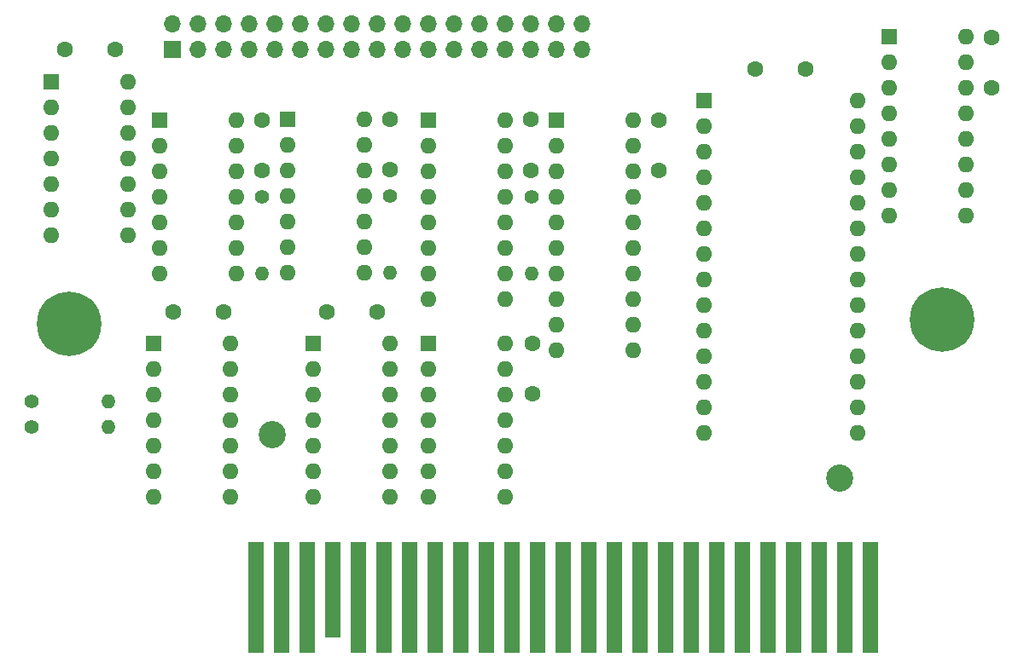
<source format=gbr>
%TF.GenerationSoftware,KiCad,Pcbnew,7.0.9*%
%TF.CreationDate,2024-02-01T17:21:03-03:00*%
%TF.ProjectId,HB720-Cart_dos2,48423732-302d-4436-9172-745f646f7332,1*%
%TF.SameCoordinates,Original*%
%TF.FileFunction,Soldermask,Top*%
%TF.FilePolarity,Negative*%
%FSLAX46Y46*%
G04 Gerber Fmt 4.6, Leading zero omitted, Abs format (unit mm)*
G04 Created by KiCad (PCBNEW 7.0.9) date 2024-02-01 17:21:03*
%MOMM*%
%LPD*%
G01*
G04 APERTURE LIST*
%ADD10R,1.500000X11.000000*%
%ADD11R,1.500000X9.500000*%
%ADD12C,1.600000*%
%ADD13R,1.600000X1.600000*%
%ADD14O,1.600000X1.600000*%
%ADD15C,1.400000*%
%ADD16O,1.400000X1.400000*%
%ADD17C,2.700000*%
%ADD18R,1.700000X1.700000*%
%ADD19O,1.700000X1.700000*%
%ADD20C,6.400000*%
G04 APERTURE END LIST*
D10*
%TO.C,P1*%
X182956200Y-126212600D03*
X180416200Y-126212600D03*
X177876200Y-126212600D03*
X175336200Y-126212600D03*
X172796200Y-126212600D03*
X170256200Y-126212600D03*
X167716200Y-126212600D03*
X165176200Y-126212600D03*
X162636200Y-126212600D03*
X160096200Y-126212600D03*
X157556200Y-126212600D03*
X155016200Y-126212600D03*
X152476200Y-126212600D03*
X149936200Y-126212600D03*
X147396200Y-126212600D03*
X144856200Y-126212600D03*
X142316200Y-126212600D03*
X139776200Y-126212600D03*
X137236200Y-126212600D03*
X134696200Y-126212600D03*
X132156200Y-126212600D03*
D11*
X129616200Y-125452600D03*
D10*
X127076200Y-126212600D03*
X124536200Y-126212600D03*
X121996200Y-126212600D03*
%TD*%
D12*
%TO.C,C7*%
X176500800Y-73660000D03*
X171500800Y-73660000D03*
%TD*%
D13*
%TO.C,U7*%
X166420800Y-76835000D03*
D14*
X166420800Y-79375000D03*
X166420800Y-81915000D03*
X166420800Y-84455000D03*
X166420800Y-86995000D03*
X166420800Y-89535000D03*
X166420800Y-92075000D03*
X166420800Y-94615000D03*
X166420800Y-97155000D03*
X166420800Y-99695000D03*
X166420800Y-102235000D03*
X166420800Y-104775000D03*
X166420800Y-107315000D03*
X166420800Y-109855000D03*
X181660800Y-109855000D03*
X181660800Y-107315000D03*
X181660800Y-104775000D03*
X181660800Y-102235000D03*
X181660800Y-99695000D03*
X181660800Y-97155000D03*
X181660800Y-94615000D03*
X181660800Y-92075000D03*
X181660800Y-89535000D03*
X181660800Y-86995000D03*
X181660800Y-84455000D03*
X181660800Y-81915000D03*
X181660800Y-79375000D03*
X181660800Y-76835000D03*
%TD*%
D15*
%TO.C,R4*%
X99714100Y-106680000D03*
D16*
X107334100Y-106680000D03*
%TD*%
D15*
%TO.C,R1*%
X122605800Y-86360000D03*
D16*
X122605800Y-93980000D03*
%TD*%
D13*
%TO.C,U4*%
X125145800Y-78714600D03*
D14*
X125145800Y-81254600D03*
X125145800Y-83794600D03*
X125145800Y-86334600D03*
X125145800Y-88874600D03*
X125145800Y-91414600D03*
X125145800Y-93954600D03*
X132765800Y-93954600D03*
X132765800Y-91414600D03*
X132765800Y-88874600D03*
X132765800Y-86334600D03*
X132765800Y-83794600D03*
X132765800Y-81254600D03*
X132765800Y-78714600D03*
%TD*%
D12*
%TO.C,C8*%
X118795800Y-97790000D03*
X113795800Y-97790000D03*
%TD*%
D13*
%TO.C,U10*%
X139115800Y-100965000D03*
D14*
X139115800Y-103505000D03*
X139115800Y-106045000D03*
X139115800Y-108585000D03*
X139115800Y-111125000D03*
X139115800Y-113665000D03*
X139115800Y-116205000D03*
X146735800Y-116205000D03*
X146735800Y-113665000D03*
X146735800Y-111125000D03*
X146735800Y-108585000D03*
X146735800Y-106045000D03*
X146735800Y-103505000D03*
X146735800Y-100965000D03*
%TD*%
D12*
%TO.C,C10*%
X149402800Y-100965000D03*
X149402800Y-105965000D03*
%TD*%
D15*
%TO.C,R3*%
X149301200Y-86360000D03*
D16*
X149301200Y-93980000D03*
%TD*%
D17*
%TO.C,HOLE3*%
X179876500Y-114344400D03*
%TD*%
D15*
%TO.C,R5*%
X99745800Y-109220000D03*
D16*
X107365800Y-109220000D03*
%TD*%
D13*
%TO.C,U1*%
X101650800Y-74930000D03*
D14*
X101650800Y-77470000D03*
X101650800Y-80010000D03*
X101650800Y-82550000D03*
X101650800Y-85090000D03*
X101650800Y-87630000D03*
X101650800Y-90170000D03*
X109270800Y-90170000D03*
X109270800Y-87630000D03*
X109270800Y-85090000D03*
X109270800Y-82550000D03*
X109270800Y-80010000D03*
X109270800Y-77470000D03*
X109270800Y-74930000D03*
%TD*%
D13*
%TO.C,U9*%
X127685800Y-100965000D03*
D14*
X127685800Y-103505000D03*
X127685800Y-106045000D03*
X127685800Y-108585000D03*
X127685800Y-111125000D03*
X127685800Y-113665000D03*
X127685800Y-116205000D03*
X135305800Y-116205000D03*
X135305800Y-113665000D03*
X135305800Y-111125000D03*
X135305800Y-108585000D03*
X135305800Y-106045000D03*
X135305800Y-103505000D03*
X135305800Y-100965000D03*
%TD*%
D12*
%TO.C,C5*%
X149275800Y-78729200D03*
X149275800Y-83729200D03*
%TD*%
%TO.C,C1*%
X108000800Y-71755000D03*
X103000800Y-71755000D03*
%TD*%
D13*
%TO.C,U6*%
X151805800Y-78745000D03*
D14*
X151805800Y-81285000D03*
X151805800Y-83825000D03*
X151805800Y-86365000D03*
X151805800Y-88905000D03*
X151805800Y-91445000D03*
X151805800Y-93985000D03*
X151805800Y-96525000D03*
X151805800Y-99065000D03*
X151805800Y-101605000D03*
X159425800Y-101605000D03*
X159425800Y-99065000D03*
X159425800Y-96525000D03*
X159425800Y-93985000D03*
X159425800Y-91445000D03*
X159425800Y-88905000D03*
X159425800Y-86365000D03*
X159425800Y-83825000D03*
X159425800Y-81285000D03*
X159425800Y-78745000D03*
%TD*%
D15*
%TO.C,R2*%
X135325800Y-86345000D03*
D16*
X135325800Y-93965000D03*
%TD*%
D18*
%TO.C,J1*%
X113715800Y-71755000D03*
D19*
X113715800Y-69215000D03*
X116255800Y-71755000D03*
X116255800Y-69215000D03*
X118795800Y-71755000D03*
X118795800Y-69215000D03*
X121335800Y-71755000D03*
X121335800Y-69215000D03*
X123875800Y-71755000D03*
X123875800Y-69215000D03*
X126415800Y-71755000D03*
X126415800Y-69215000D03*
X128955800Y-71755000D03*
X128955800Y-69215000D03*
X131495800Y-71755000D03*
X131495800Y-69215000D03*
X134035800Y-71755000D03*
X134035800Y-69215000D03*
X136575800Y-71755000D03*
X136575800Y-69215000D03*
X139115800Y-71755000D03*
X139115800Y-69215000D03*
X141655800Y-71755000D03*
X141655800Y-69215000D03*
X144195800Y-71755000D03*
X144195800Y-69215000D03*
X146735800Y-71755000D03*
X146735800Y-69215000D03*
X149275800Y-71755000D03*
X149275800Y-69215000D03*
X151815800Y-71755000D03*
X151815800Y-69215000D03*
X154355800Y-71755000D03*
X154355800Y-69215000D03*
%TD*%
D13*
%TO.C,U3*%
X112445800Y-78740000D03*
D14*
X112445800Y-81280000D03*
X112445800Y-83820000D03*
X112445800Y-86360000D03*
X112445800Y-88900000D03*
X112445800Y-91440000D03*
X112445800Y-93980000D03*
X120065800Y-93980000D03*
X120065800Y-91440000D03*
X120065800Y-88900000D03*
X120065800Y-86360000D03*
X120065800Y-83820000D03*
X120065800Y-81280000D03*
X120065800Y-78740000D03*
%TD*%
D13*
%TO.C,U2*%
X184835800Y-70485000D03*
D14*
X184835800Y-73025000D03*
X184835800Y-75565000D03*
X184835800Y-78105000D03*
X184835800Y-80645000D03*
X184835800Y-83185000D03*
X184835800Y-85725000D03*
X184835800Y-88265000D03*
X192455800Y-88265000D03*
X192455800Y-85725000D03*
X192455800Y-83185000D03*
X192455800Y-80645000D03*
X192455800Y-78105000D03*
X192455800Y-75565000D03*
X192455800Y-73025000D03*
X192455800Y-70485000D03*
%TD*%
D12*
%TO.C,C2*%
X194995800Y-70525000D03*
X194995800Y-75525000D03*
%TD*%
%TO.C,C6*%
X161975800Y-78780000D03*
X161975800Y-83780000D03*
%TD*%
D13*
%TO.C,U8*%
X111810800Y-100965000D03*
D14*
X111810800Y-103505000D03*
X111810800Y-106045000D03*
X111810800Y-108585000D03*
X111810800Y-111125000D03*
X111810800Y-113665000D03*
X111810800Y-116205000D03*
X119430800Y-116205000D03*
X119430800Y-113665000D03*
X119430800Y-111125000D03*
X119430800Y-108585000D03*
X119430800Y-106045000D03*
X119430800Y-103505000D03*
X119430800Y-100965000D03*
%TD*%
D17*
%TO.C,HOLE2*%
X123621800Y-109985000D03*
%TD*%
D12*
%TO.C,C4*%
X135300800Y-78705000D03*
X135300800Y-83705000D03*
%TD*%
D20*
%TO.C,HOLE1*%
X103454200Y-99009200D03*
%TD*%
D12*
%TO.C,C3*%
X122605800Y-78740000D03*
X122605800Y-83740000D03*
%TD*%
D13*
%TO.C,U5*%
X139111800Y-78740000D03*
D14*
X139111800Y-81280000D03*
X139111800Y-83820000D03*
X139111800Y-86360000D03*
X139111800Y-88900000D03*
X139111800Y-91440000D03*
X139111800Y-93980000D03*
X139111800Y-96520000D03*
X146731800Y-96520000D03*
X146731800Y-93980000D03*
X146731800Y-91440000D03*
X146731800Y-88900000D03*
X146731800Y-86360000D03*
X146731800Y-83820000D03*
X146731800Y-81280000D03*
X146731800Y-78740000D03*
%TD*%
D12*
%TO.C,C9*%
X134035800Y-97790000D03*
X129035800Y-97790000D03*
%TD*%
D20*
%TO.C,HOLE4*%
X190036500Y-98621800D03*
%TD*%
M02*

</source>
